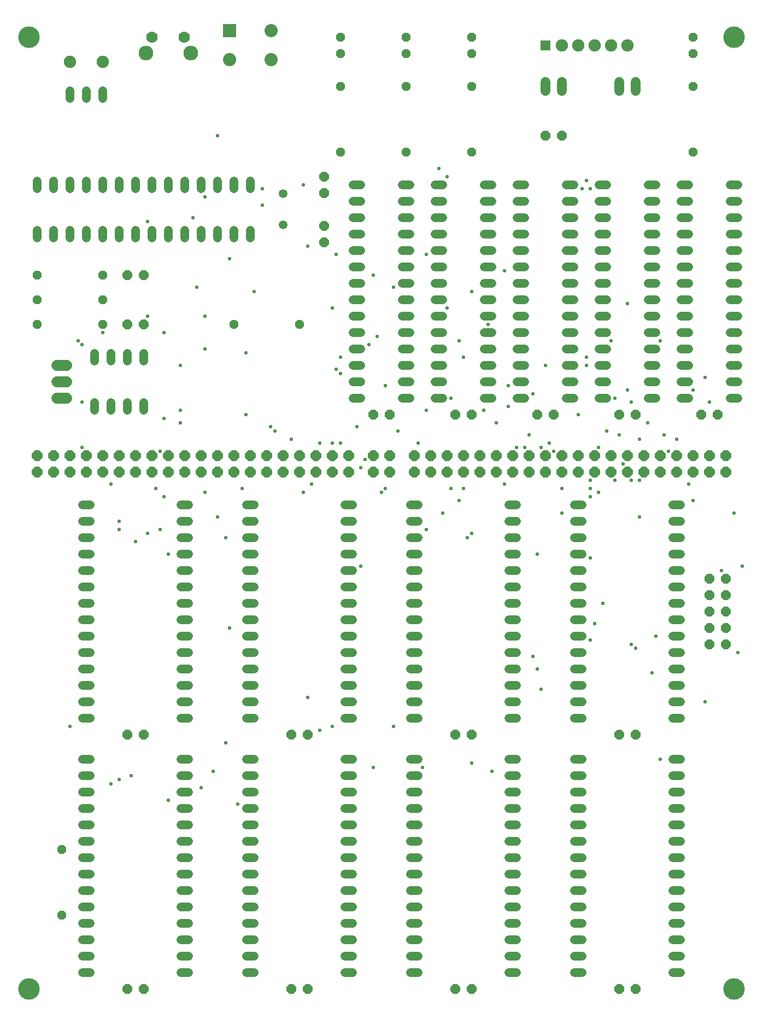
<source format=gbr>
G04 EAGLE Gerber RS-274X export*
G75*
%MOMM*%
%FSLAX34Y34*%
%LPD*%
%INSoldermask Bottom*%
%IPPOS*%
%AMOC8*
5,1,8,0,0,1.08239X$1,22.5*%
G01*
%ADD10C,3.327000*%
%ADD11C,1.346200*%
%ADD12P,1.787026X8X22.500000*%
%ADD13C,1.346200*%
%ADD14P,1.677055X8X292.500000*%
%ADD15P,1.677055X8X112.500000*%
%ADD16R,1.627000X1.627000*%
%ADD17C,1.905000*%
%ADD18P,1.677055X8X202.500000*%
%ADD19P,1.457113X8X22.500000*%
%ADD20P,1.677055X8X22.500000*%
%ADD21P,1.457113X8X292.500000*%
%ADD22C,1.651000*%
%ADD23C,1.498600*%
%ADD24C,2.286000*%
%ADD25C,1.778000*%
%ADD26R,2.032000X2.032000*%
%ADD27C,2.032000*%
%ADD28P,1.457113X8X112.500000*%
%ADD29P,1.622070X8X112.500000*%
%ADD30C,0.584200*%


D10*
X1117600Y25400D03*
X1117600Y1498600D03*
X25400Y1498600D03*
X25400Y25400D03*
D11*
X1022604Y444500D02*
X1034796Y444500D01*
X1034796Y469900D02*
X1022604Y469900D01*
X1022604Y495300D02*
X1034796Y495300D01*
X1034796Y520700D02*
X1022604Y520700D01*
X1022604Y546100D02*
X1034796Y546100D01*
X1034796Y571500D02*
X1022604Y571500D01*
X1022604Y596900D02*
X1034796Y596900D01*
X1034796Y622300D02*
X1022604Y622300D01*
X1022604Y647700D02*
X1034796Y647700D01*
X1034796Y673100D02*
X1022604Y673100D01*
X1022604Y698500D02*
X1034796Y698500D01*
X1034796Y723900D02*
X1022604Y723900D01*
X1022604Y749300D02*
X1034796Y749300D01*
X1034796Y774700D02*
X1022604Y774700D01*
X882396Y774700D02*
X870204Y774700D01*
X870204Y749300D02*
X882396Y749300D01*
X882396Y723900D02*
X870204Y723900D01*
X870204Y698500D02*
X882396Y698500D01*
X882396Y673100D02*
X870204Y673100D01*
X870204Y647700D02*
X882396Y647700D01*
X882396Y622300D02*
X870204Y622300D01*
X870204Y596900D02*
X882396Y596900D01*
X882396Y571500D02*
X870204Y571500D01*
X870204Y546100D02*
X882396Y546100D01*
X882396Y520700D02*
X870204Y520700D01*
X870204Y495300D02*
X882396Y495300D01*
X882396Y469900D02*
X870204Y469900D01*
X870204Y444500D02*
X882396Y444500D01*
X1022604Y50800D02*
X1034796Y50800D01*
X1034796Y76200D02*
X1022604Y76200D01*
X1022604Y101600D02*
X1034796Y101600D01*
X1034796Y127000D02*
X1022604Y127000D01*
X1022604Y152400D02*
X1034796Y152400D01*
X1034796Y177800D02*
X1022604Y177800D01*
X1022604Y203200D02*
X1034796Y203200D01*
X1034796Y228600D02*
X1022604Y228600D01*
X1022604Y254000D02*
X1034796Y254000D01*
X1034796Y279400D02*
X1022604Y279400D01*
X1022604Y304800D02*
X1034796Y304800D01*
X1034796Y330200D02*
X1022604Y330200D01*
X1022604Y355600D02*
X1034796Y355600D01*
X1034796Y381000D02*
X1022604Y381000D01*
X882396Y381000D02*
X870204Y381000D01*
X870204Y355600D02*
X882396Y355600D01*
X882396Y330200D02*
X870204Y330200D01*
X870204Y304800D02*
X882396Y304800D01*
X882396Y279400D02*
X870204Y279400D01*
X870204Y254000D02*
X882396Y254000D01*
X882396Y228600D02*
X870204Y228600D01*
X870204Y203200D02*
X882396Y203200D01*
X882396Y177800D02*
X870204Y177800D01*
X870204Y152400D02*
X882396Y152400D01*
X882396Y127000D02*
X870204Y127000D01*
X870204Y101600D02*
X882396Y101600D01*
X882396Y76200D02*
X870204Y76200D01*
X870204Y50800D02*
X882396Y50800D01*
X780796Y444500D02*
X768604Y444500D01*
X768604Y469900D02*
X780796Y469900D01*
X780796Y495300D02*
X768604Y495300D01*
X768604Y520700D02*
X780796Y520700D01*
X780796Y546100D02*
X768604Y546100D01*
X768604Y571500D02*
X780796Y571500D01*
X780796Y596900D02*
X768604Y596900D01*
X768604Y622300D02*
X780796Y622300D01*
X780796Y647700D02*
X768604Y647700D01*
X768604Y673100D02*
X780796Y673100D01*
X780796Y698500D02*
X768604Y698500D01*
X768604Y723900D02*
X780796Y723900D01*
X780796Y749300D02*
X768604Y749300D01*
X768604Y774700D02*
X780796Y774700D01*
X628396Y774700D02*
X616204Y774700D01*
X616204Y749300D02*
X628396Y749300D01*
X628396Y723900D02*
X616204Y723900D01*
X616204Y698500D02*
X628396Y698500D01*
X628396Y673100D02*
X616204Y673100D01*
X616204Y647700D02*
X628396Y647700D01*
X628396Y622300D02*
X616204Y622300D01*
X616204Y596900D02*
X628396Y596900D01*
X628396Y571500D02*
X616204Y571500D01*
X616204Y546100D02*
X628396Y546100D01*
X628396Y520700D02*
X616204Y520700D01*
X616204Y495300D02*
X628396Y495300D01*
X628396Y469900D02*
X616204Y469900D01*
X616204Y444500D02*
X628396Y444500D01*
X768604Y50800D02*
X780796Y50800D01*
X780796Y76200D02*
X768604Y76200D01*
X768604Y101600D02*
X780796Y101600D01*
X780796Y127000D02*
X768604Y127000D01*
X768604Y152400D02*
X780796Y152400D01*
X780796Y177800D02*
X768604Y177800D01*
X768604Y203200D02*
X780796Y203200D01*
X780796Y228600D02*
X768604Y228600D01*
X768604Y254000D02*
X780796Y254000D01*
X780796Y279400D02*
X768604Y279400D01*
X768604Y304800D02*
X780796Y304800D01*
X780796Y330200D02*
X768604Y330200D01*
X768604Y355600D02*
X780796Y355600D01*
X780796Y381000D02*
X768604Y381000D01*
X628396Y381000D02*
X616204Y381000D01*
X616204Y355600D02*
X628396Y355600D01*
X628396Y330200D02*
X616204Y330200D01*
X616204Y304800D02*
X628396Y304800D01*
X628396Y279400D02*
X616204Y279400D01*
X616204Y254000D02*
X628396Y254000D01*
X628396Y228600D02*
X616204Y228600D01*
X616204Y203200D02*
X628396Y203200D01*
X628396Y177800D02*
X616204Y177800D01*
X616204Y152400D02*
X628396Y152400D01*
X628396Y127000D02*
X616204Y127000D01*
X616204Y101600D02*
X628396Y101600D01*
X628396Y76200D02*
X616204Y76200D01*
X616204Y50800D02*
X628396Y50800D01*
X526796Y444500D02*
X514604Y444500D01*
X514604Y469900D02*
X526796Y469900D01*
X526796Y495300D02*
X514604Y495300D01*
X514604Y520700D02*
X526796Y520700D01*
X526796Y546100D02*
X514604Y546100D01*
X514604Y571500D02*
X526796Y571500D01*
X526796Y596900D02*
X514604Y596900D01*
X514604Y622300D02*
X526796Y622300D01*
X526796Y647700D02*
X514604Y647700D01*
X514604Y673100D02*
X526796Y673100D01*
X526796Y698500D02*
X514604Y698500D01*
X514604Y723900D02*
X526796Y723900D01*
X526796Y749300D02*
X514604Y749300D01*
X514604Y774700D02*
X526796Y774700D01*
X374396Y774700D02*
X362204Y774700D01*
X362204Y749300D02*
X374396Y749300D01*
X374396Y723900D02*
X362204Y723900D01*
X362204Y698500D02*
X374396Y698500D01*
X374396Y673100D02*
X362204Y673100D01*
X362204Y647700D02*
X374396Y647700D01*
X374396Y622300D02*
X362204Y622300D01*
X362204Y596900D02*
X374396Y596900D01*
X374396Y571500D02*
X362204Y571500D01*
X362204Y546100D02*
X374396Y546100D01*
X374396Y520700D02*
X362204Y520700D01*
X362204Y495300D02*
X374396Y495300D01*
X374396Y469900D02*
X362204Y469900D01*
X362204Y444500D02*
X374396Y444500D01*
X514604Y50800D02*
X526796Y50800D01*
X526796Y76200D02*
X514604Y76200D01*
X514604Y101600D02*
X526796Y101600D01*
X526796Y127000D02*
X514604Y127000D01*
X514604Y152400D02*
X526796Y152400D01*
X526796Y177800D02*
X514604Y177800D01*
X514604Y203200D02*
X526796Y203200D01*
X526796Y228600D02*
X514604Y228600D01*
X514604Y254000D02*
X526796Y254000D01*
X526796Y279400D02*
X514604Y279400D01*
X514604Y304800D02*
X526796Y304800D01*
X526796Y330200D02*
X514604Y330200D01*
X514604Y355600D02*
X526796Y355600D01*
X526796Y381000D02*
X514604Y381000D01*
X374396Y381000D02*
X362204Y381000D01*
X362204Y355600D02*
X374396Y355600D01*
X374396Y330200D02*
X362204Y330200D01*
X362204Y304800D02*
X374396Y304800D01*
X374396Y279400D02*
X362204Y279400D01*
X362204Y254000D02*
X374396Y254000D01*
X374396Y228600D02*
X362204Y228600D01*
X362204Y203200D02*
X374396Y203200D01*
X374396Y177800D02*
X362204Y177800D01*
X362204Y152400D02*
X374396Y152400D01*
X374396Y127000D02*
X362204Y127000D01*
X362204Y101600D02*
X374396Y101600D01*
X374396Y76200D02*
X362204Y76200D01*
X362204Y50800D02*
X374396Y50800D01*
X272796Y50800D02*
X260604Y50800D01*
X260604Y76200D02*
X272796Y76200D01*
X272796Y101600D02*
X260604Y101600D01*
X260604Y127000D02*
X272796Y127000D01*
X272796Y152400D02*
X260604Y152400D01*
X260604Y177800D02*
X272796Y177800D01*
X272796Y203200D02*
X260604Y203200D01*
X260604Y228600D02*
X272796Y228600D01*
X272796Y254000D02*
X260604Y254000D01*
X260604Y279400D02*
X272796Y279400D01*
X272796Y304800D02*
X260604Y304800D01*
X260604Y330200D02*
X272796Y330200D01*
X272796Y355600D02*
X260604Y355600D01*
X260604Y381000D02*
X272796Y381000D01*
X120396Y381000D02*
X108204Y381000D01*
X108204Y355600D02*
X120396Y355600D01*
X120396Y330200D02*
X108204Y330200D01*
X108204Y304800D02*
X120396Y304800D01*
X120396Y279400D02*
X108204Y279400D01*
X108204Y254000D02*
X120396Y254000D01*
X120396Y228600D02*
X108204Y228600D01*
X108204Y203200D02*
X120396Y203200D01*
X120396Y177800D02*
X108204Y177800D01*
X108204Y152400D02*
X120396Y152400D01*
X120396Y127000D02*
X108204Y127000D01*
X108204Y101600D02*
X120396Y101600D01*
X120396Y76200D02*
X108204Y76200D01*
X108204Y50800D02*
X120396Y50800D01*
D12*
X38100Y825500D03*
X63500Y825500D03*
X88900Y825500D03*
X114300Y825500D03*
X139700Y825500D03*
X165100Y825500D03*
X38100Y850900D03*
X63500Y850900D03*
X88900Y850900D03*
X114300Y850900D03*
X139700Y850900D03*
X165100Y850900D03*
X190500Y825500D03*
X190500Y850900D03*
X215900Y825500D03*
X241300Y825500D03*
X266700Y825500D03*
X292100Y825500D03*
X317500Y825500D03*
X342900Y825500D03*
X215900Y850900D03*
X241300Y850900D03*
X266700Y850900D03*
X292100Y850900D03*
X317500Y850900D03*
X342900Y850900D03*
X368300Y825500D03*
X368300Y850900D03*
X393700Y825500D03*
X419100Y825500D03*
X444500Y825500D03*
X469900Y825500D03*
X495300Y825500D03*
X520700Y825500D03*
X393700Y850900D03*
X419100Y850900D03*
X444500Y850900D03*
X469900Y850900D03*
X495300Y850900D03*
X520700Y850900D03*
D11*
X38100Y1187704D02*
X38100Y1199896D01*
X63500Y1199896D02*
X63500Y1187704D01*
X88900Y1187704D02*
X88900Y1199896D01*
X114300Y1199896D02*
X114300Y1187704D01*
X139700Y1187704D02*
X139700Y1199896D01*
X165100Y1199896D02*
X165100Y1187704D01*
X190500Y1187704D02*
X190500Y1199896D01*
X215900Y1199896D02*
X215900Y1187704D01*
X241300Y1187704D02*
X241300Y1199896D01*
X266700Y1199896D02*
X266700Y1187704D01*
X292100Y1187704D02*
X292100Y1199896D01*
X317500Y1199896D02*
X317500Y1187704D01*
X342900Y1187704D02*
X342900Y1199896D01*
X368300Y1199896D02*
X368300Y1187704D01*
X368300Y1263904D02*
X368300Y1276096D01*
X342900Y1276096D02*
X342900Y1263904D01*
X317500Y1263904D02*
X317500Y1276096D01*
X292100Y1276096D02*
X292100Y1263904D01*
X266700Y1263904D02*
X266700Y1276096D01*
X241300Y1276096D02*
X241300Y1263904D01*
X215900Y1263904D02*
X215900Y1276096D01*
X190500Y1276096D02*
X190500Y1263904D01*
X165100Y1263904D02*
X165100Y1276096D01*
X139700Y1276096D02*
X139700Y1263904D01*
X114300Y1263904D02*
X114300Y1276096D01*
X88900Y1276096D02*
X88900Y1263904D01*
X63500Y1263904D02*
X63500Y1276096D01*
X38100Y1276096D02*
X38100Y1263904D01*
D13*
X419100Y1207770D03*
X419100Y1256030D03*
D14*
X482600Y1282700D03*
X482600Y1257300D03*
D15*
X482600Y1181100D03*
X482600Y1206500D03*
D16*
X825500Y1485900D03*
D17*
X850900Y1485900D03*
X876300Y1485900D03*
X901700Y1485900D03*
X927100Y1485900D03*
X952500Y1485900D03*
D18*
X850900Y1346200D03*
X825500Y1346200D03*
D19*
X38100Y1130300D03*
X139700Y1130300D03*
D20*
X177800Y1130300D03*
X203200Y1130300D03*
X177800Y1054100D03*
X203200Y1054100D03*
D19*
X38100Y1054100D03*
X139700Y1054100D03*
X38100Y1092200D03*
X139700Y1092200D03*
D11*
X127000Y933196D02*
X127000Y921004D01*
X152400Y921004D02*
X152400Y933196D01*
X177800Y933196D02*
X177800Y921004D01*
X203200Y921004D02*
X203200Y933196D01*
X203200Y997204D02*
X203200Y1009396D01*
X177800Y1009396D02*
X177800Y997204D01*
X152400Y997204D02*
X152400Y1009396D01*
X127000Y1009396D02*
X127000Y997204D01*
D21*
X508000Y1498600D03*
X508000Y1473200D03*
X609600Y1498600D03*
X609600Y1473200D03*
X711200Y1498600D03*
X711200Y1473200D03*
X711200Y1422400D03*
X711200Y1320800D03*
X609600Y1422400D03*
X609600Y1320800D03*
X508000Y1422400D03*
X508000Y1320800D03*
D18*
X965200Y25400D03*
X939800Y25400D03*
X965200Y419100D03*
X939800Y419100D03*
X457200Y419100D03*
X431800Y419100D03*
X711200Y419100D03*
X685800Y419100D03*
X457200Y25400D03*
X431800Y25400D03*
D11*
X88900Y1403604D02*
X88900Y1415796D01*
X114300Y1415796D02*
X114300Y1403604D01*
X139700Y1403604D02*
X139700Y1415796D01*
D17*
X88900Y1460500D03*
X139700Y1460500D03*
D22*
X83820Y939800D02*
X68580Y939800D01*
X68580Y965200D02*
X83820Y965200D01*
X83820Y990600D02*
X68580Y990600D01*
D18*
X203200Y25400D03*
X177800Y25400D03*
X711200Y25400D03*
X685800Y25400D03*
X203200Y419100D03*
X177800Y419100D03*
D23*
X939800Y1415542D02*
X939800Y1429258D01*
X965200Y1429258D02*
X965200Y1415542D01*
X825500Y1415542D02*
X825500Y1429258D01*
X850900Y1429258D02*
X850900Y1415542D01*
D24*
X276300Y1473600D03*
D25*
X216300Y1498600D03*
X266300Y1498600D03*
D24*
X206300Y1473600D03*
D26*
X335800Y1508400D03*
D27*
X335800Y1463400D03*
X400800Y1463400D03*
X400800Y1508400D03*
D19*
X342900Y1054100D03*
X444500Y1054100D03*
D21*
X1054100Y1498600D03*
X1054100Y1473200D03*
X1054100Y1422400D03*
X1054100Y1320800D03*
D11*
X272796Y444500D02*
X260604Y444500D01*
X260604Y469900D02*
X272796Y469900D01*
X272796Y495300D02*
X260604Y495300D01*
X260604Y520700D02*
X272796Y520700D01*
X272796Y546100D02*
X260604Y546100D01*
X260604Y571500D02*
X272796Y571500D01*
X272796Y596900D02*
X260604Y596900D01*
X260604Y622300D02*
X272796Y622300D01*
X272796Y647700D02*
X260604Y647700D01*
X260604Y673100D02*
X272796Y673100D01*
X272796Y698500D02*
X260604Y698500D01*
X260604Y723900D02*
X272796Y723900D01*
X272796Y749300D02*
X260604Y749300D01*
X260604Y774700D02*
X272796Y774700D01*
X120396Y774700D02*
X108204Y774700D01*
X108204Y749300D02*
X120396Y749300D01*
X120396Y723900D02*
X108204Y723900D01*
X108204Y698500D02*
X120396Y698500D01*
X120396Y673100D02*
X108204Y673100D01*
X108204Y647700D02*
X120396Y647700D01*
X120396Y622300D02*
X108204Y622300D01*
X108204Y596900D02*
X120396Y596900D01*
X120396Y571500D02*
X108204Y571500D01*
X108204Y546100D02*
X120396Y546100D01*
X120396Y520700D02*
X108204Y520700D01*
X108204Y495300D02*
X120396Y495300D01*
X120396Y469900D02*
X108204Y469900D01*
X108204Y444500D02*
X120396Y444500D01*
X857504Y939800D02*
X869696Y939800D01*
X869696Y965200D02*
X857504Y965200D01*
X857504Y990600D02*
X869696Y990600D01*
X869696Y1016000D02*
X857504Y1016000D01*
X857504Y1041400D02*
X869696Y1041400D01*
X869696Y1066800D02*
X857504Y1066800D01*
X857504Y1092200D02*
X869696Y1092200D01*
X869696Y1117600D02*
X857504Y1117600D01*
X857504Y1143000D02*
X869696Y1143000D01*
X869696Y1168400D02*
X857504Y1168400D01*
X857504Y1193800D02*
X869696Y1193800D01*
X869696Y1219200D02*
X857504Y1219200D01*
X857504Y1244600D02*
X869696Y1244600D01*
X869696Y1270000D02*
X857504Y1270000D01*
X793496Y1270000D02*
X781304Y1270000D01*
X781304Y1244600D02*
X793496Y1244600D01*
X793496Y1219200D02*
X781304Y1219200D01*
X781304Y1193800D02*
X793496Y1193800D01*
X793496Y1168400D02*
X781304Y1168400D01*
X781304Y1143000D02*
X793496Y1143000D01*
X793496Y1117600D02*
X781304Y1117600D01*
X781304Y1092200D02*
X793496Y1092200D01*
X793496Y1066800D02*
X781304Y1066800D01*
X781304Y1041400D02*
X793496Y1041400D01*
X793496Y1016000D02*
X781304Y1016000D01*
X781304Y990600D02*
X793496Y990600D01*
X793496Y965200D02*
X781304Y965200D01*
X781304Y939800D02*
X793496Y939800D01*
X984504Y939800D02*
X996696Y939800D01*
X996696Y965200D02*
X984504Y965200D01*
X984504Y990600D02*
X996696Y990600D01*
X996696Y1016000D02*
X984504Y1016000D01*
X984504Y1041400D02*
X996696Y1041400D01*
X996696Y1066800D02*
X984504Y1066800D01*
X984504Y1092200D02*
X996696Y1092200D01*
X996696Y1117600D02*
X984504Y1117600D01*
X984504Y1143000D02*
X996696Y1143000D01*
X996696Y1168400D02*
X984504Y1168400D01*
X984504Y1193800D02*
X996696Y1193800D01*
X996696Y1219200D02*
X984504Y1219200D01*
X984504Y1244600D02*
X996696Y1244600D01*
X996696Y1270000D02*
X984504Y1270000D01*
X920496Y1270000D02*
X908304Y1270000D01*
X908304Y1244600D02*
X920496Y1244600D01*
X920496Y1219200D02*
X908304Y1219200D01*
X908304Y1193800D02*
X920496Y1193800D01*
X920496Y1168400D02*
X908304Y1168400D01*
X908304Y1143000D02*
X920496Y1143000D01*
X920496Y1117600D02*
X908304Y1117600D01*
X908304Y1092200D02*
X920496Y1092200D01*
X920496Y1066800D02*
X908304Y1066800D01*
X908304Y1041400D02*
X920496Y1041400D01*
X920496Y1016000D02*
X908304Y1016000D01*
X908304Y990600D02*
X920496Y990600D01*
X920496Y965200D02*
X908304Y965200D01*
X908304Y939800D02*
X920496Y939800D01*
X742696Y939800D02*
X730504Y939800D01*
X730504Y965200D02*
X742696Y965200D01*
X742696Y990600D02*
X730504Y990600D01*
X730504Y1016000D02*
X742696Y1016000D01*
X742696Y1041400D02*
X730504Y1041400D01*
X730504Y1066800D02*
X742696Y1066800D01*
X742696Y1092200D02*
X730504Y1092200D01*
X730504Y1117600D02*
X742696Y1117600D01*
X742696Y1143000D02*
X730504Y1143000D01*
X730504Y1168400D02*
X742696Y1168400D01*
X742696Y1193800D02*
X730504Y1193800D01*
X730504Y1219200D02*
X742696Y1219200D01*
X742696Y1244600D02*
X730504Y1244600D01*
X730504Y1270000D02*
X742696Y1270000D01*
X666496Y1270000D02*
X654304Y1270000D01*
X654304Y1244600D02*
X666496Y1244600D01*
X666496Y1219200D02*
X654304Y1219200D01*
X654304Y1193800D02*
X666496Y1193800D01*
X666496Y1168400D02*
X654304Y1168400D01*
X654304Y1143000D02*
X666496Y1143000D01*
X666496Y1117600D02*
X654304Y1117600D01*
X654304Y1092200D02*
X666496Y1092200D01*
X666496Y1066800D02*
X654304Y1066800D01*
X654304Y1041400D02*
X666496Y1041400D01*
X666496Y1016000D02*
X654304Y1016000D01*
X654304Y990600D02*
X666496Y990600D01*
X666496Y965200D02*
X654304Y965200D01*
X654304Y939800D02*
X666496Y939800D01*
X615696Y939800D02*
X603504Y939800D01*
X603504Y965200D02*
X615696Y965200D01*
X615696Y990600D02*
X603504Y990600D01*
X603504Y1016000D02*
X615696Y1016000D01*
X615696Y1041400D02*
X603504Y1041400D01*
X603504Y1066800D02*
X615696Y1066800D01*
X615696Y1092200D02*
X603504Y1092200D01*
X603504Y1117600D02*
X615696Y1117600D01*
X615696Y1143000D02*
X603504Y1143000D01*
X603504Y1168400D02*
X615696Y1168400D01*
X615696Y1193800D02*
X603504Y1193800D01*
X603504Y1219200D02*
X615696Y1219200D01*
X615696Y1244600D02*
X603504Y1244600D01*
X603504Y1270000D02*
X615696Y1270000D01*
X539496Y1270000D02*
X527304Y1270000D01*
X527304Y1244600D02*
X539496Y1244600D01*
X539496Y1219200D02*
X527304Y1219200D01*
X527304Y1193800D02*
X539496Y1193800D01*
X539496Y1168400D02*
X527304Y1168400D01*
X527304Y1143000D02*
X539496Y1143000D01*
X539496Y1117600D02*
X527304Y1117600D01*
X527304Y1092200D02*
X539496Y1092200D01*
X539496Y1066800D02*
X527304Y1066800D01*
X527304Y1041400D02*
X539496Y1041400D01*
X539496Y1016000D02*
X527304Y1016000D01*
X527304Y990600D02*
X539496Y990600D01*
X539496Y965200D02*
X527304Y965200D01*
X527304Y939800D02*
X539496Y939800D01*
X1111504Y939800D02*
X1123696Y939800D01*
X1123696Y965200D02*
X1111504Y965200D01*
X1111504Y990600D02*
X1123696Y990600D01*
X1123696Y1016000D02*
X1111504Y1016000D01*
X1111504Y1041400D02*
X1123696Y1041400D01*
X1123696Y1066800D02*
X1111504Y1066800D01*
X1111504Y1092200D02*
X1123696Y1092200D01*
X1123696Y1117600D02*
X1111504Y1117600D01*
X1111504Y1143000D02*
X1123696Y1143000D01*
X1123696Y1168400D02*
X1111504Y1168400D01*
X1111504Y1193800D02*
X1123696Y1193800D01*
X1123696Y1219200D02*
X1111504Y1219200D01*
X1111504Y1244600D02*
X1123696Y1244600D01*
X1123696Y1270000D02*
X1111504Y1270000D01*
X1047496Y1270000D02*
X1035304Y1270000D01*
X1035304Y1244600D02*
X1047496Y1244600D01*
X1047496Y1219200D02*
X1035304Y1219200D01*
X1035304Y1193800D02*
X1047496Y1193800D01*
X1047496Y1168400D02*
X1035304Y1168400D01*
X1035304Y1143000D02*
X1047496Y1143000D01*
X1047496Y1117600D02*
X1035304Y1117600D01*
X1035304Y1092200D02*
X1047496Y1092200D01*
X1047496Y1066800D02*
X1035304Y1066800D01*
X1035304Y1041400D02*
X1047496Y1041400D01*
X1047496Y1016000D02*
X1035304Y1016000D01*
X1035304Y990600D02*
X1047496Y990600D01*
X1047496Y965200D02*
X1035304Y965200D01*
X1035304Y939800D02*
X1047496Y939800D01*
D28*
X76200Y139700D03*
X76200Y241300D03*
D12*
X622300Y825500D03*
X647700Y825500D03*
X673100Y825500D03*
X698500Y825500D03*
X723900Y825500D03*
X749300Y825500D03*
X622300Y850900D03*
X647700Y850900D03*
X673100Y850900D03*
X698500Y850900D03*
X723900Y850900D03*
X749300Y850900D03*
X774700Y825500D03*
X774700Y850900D03*
X800100Y825500D03*
X825500Y825500D03*
X850900Y825500D03*
X876300Y825500D03*
X901700Y825500D03*
X927100Y825500D03*
X800100Y850900D03*
X825500Y850900D03*
X850900Y850900D03*
X876300Y850900D03*
X901700Y850900D03*
X927100Y850900D03*
X952500Y825500D03*
X952500Y850900D03*
X977900Y825500D03*
X1003300Y825500D03*
X1028700Y825500D03*
X1054100Y825500D03*
X1079500Y825500D03*
X1104900Y825500D03*
X977900Y850900D03*
X1003300Y850900D03*
X1028700Y850900D03*
X1054100Y850900D03*
X1079500Y850900D03*
X1104900Y850900D03*
D29*
X1104900Y558800D03*
X1079500Y558800D03*
X1104900Y584200D03*
X1079500Y584200D03*
X1104900Y609600D03*
X1079500Y609600D03*
X1104900Y635000D03*
X1079500Y635000D03*
X1104900Y660400D03*
X1079500Y660400D03*
D20*
X1066800Y914400D03*
X1092200Y914400D03*
X939800Y914400D03*
X965200Y914400D03*
X812800Y914400D03*
X838200Y914400D03*
X685800Y914400D03*
X711200Y914400D03*
X558800Y914400D03*
X584200Y914400D03*
D12*
X558800Y825500D03*
X558800Y850900D03*
X584200Y825500D03*
X584200Y850900D03*
D30*
X387350Y1238250D03*
X387350Y1263650D03*
X209550Y1212850D03*
X317500Y1346200D03*
X279400Y1219200D03*
X285750Y1111250D03*
X476250Y425450D03*
X450850Y793750D03*
X882650Y1263650D03*
X673100Y1282700D03*
X495300Y431800D03*
X698500Y1003300D03*
X711200Y374650D03*
X679450Y800100D03*
X742950Y361950D03*
X698500Y800100D03*
X1073150Y469900D03*
X1073150Y971550D03*
X1117600Y762000D03*
X895350Y692150D03*
X1054100Y952500D03*
X1009650Y882650D03*
X996950Y571500D03*
X895350Y565150D03*
X1123950Y546100D03*
X984250Y901700D03*
X990600Y514350D03*
X819150Y488950D03*
X958850Y933450D03*
X946150Y838200D03*
X965200Y552450D03*
X812800Y520700D03*
X1003300Y1028700D03*
X927100Y1028700D03*
X958850Y812800D03*
X958850Y558800D03*
X806450Y539750D03*
X889000Y1003300D03*
X895350Y812800D03*
X901700Y590550D03*
X908050Y863600D03*
X914400Y622300D03*
X971550Y876300D03*
X1079500Y933450D03*
X831850Y869950D03*
X1130300Y679450D03*
X457200Y1174750D03*
X457200Y476250D03*
X336550Y584200D03*
X101600Y1028700D03*
X165100Y736600D03*
X260350Y990600D03*
X298450Y1066800D03*
X107950Y1022350D03*
X165100Y749300D03*
X501650Y984250D03*
X190500Y717550D03*
X241300Y698500D03*
X260350Y920750D03*
X228600Y857250D03*
X596900Y889000D03*
X260350Y901700D03*
X298450Y1250950D03*
X1054100Y781050D03*
X768350Y927100D03*
X939800Y882650D03*
X908050Y793750D03*
X762000Y806450D03*
X1003300Y381000D03*
X768350Y958850D03*
X920750Y889000D03*
X1047750Y806450D03*
X952500Y952500D03*
X812800Y698500D03*
X933450Y939800D03*
X1098550Y673100D03*
X889000Y990600D03*
X895350Y800100D03*
X641350Y736600D03*
X825500Y990600D03*
X800100Y882650D03*
X666750Y762000D03*
X850900Y762000D03*
X850900Y800100D03*
X793750Y863600D03*
X1028700Y876300D03*
X692150Y781050D03*
X692150Y1028700D03*
X292100Y336550D03*
X311150Y361950D03*
X361950Y1009650D03*
X330200Y406400D03*
X577850Y958850D03*
X361950Y914400D03*
X184150Y355600D03*
X234950Y787400D03*
X355600Y800100D03*
X565150Y1035050D03*
X571500Y793750D03*
X165100Y349250D03*
X222250Y800100D03*
X495300Y1079500D03*
X476250Y869950D03*
X349250Y311150D03*
X495300Y869950D03*
X641350Y1162050D03*
X501650Y1162050D03*
X558800Y368300D03*
X577850Y800100D03*
X641350Y920750D03*
X533400Y895350D03*
X88900Y431800D03*
X234950Y1041400D03*
X209550Y1066800D03*
X152400Y342900D03*
X152400Y806450D03*
X590550Y1111250D03*
X139700Y1041400D03*
X241300Y317500D03*
X552450Y1022350D03*
X508000Y1003300D03*
X107950Y933450D03*
X107950Y863600D03*
X628650Y869950D03*
X431800Y876300D03*
X209550Y730250D03*
X234950Y908050D03*
X228600Y736600D03*
X679450Y939800D03*
X508000Y977900D03*
X508000Y869950D03*
X463550Y806450D03*
X298450Y793750D03*
X298450Y1016000D03*
X317500Y755650D03*
X762000Y1136650D03*
X336550Y1155700D03*
X330200Y723900D03*
X400050Y895350D03*
X406400Y889000D03*
X374650Y1104900D03*
X539750Y679450D03*
X730250Y920750D03*
X539750Y831850D03*
X895350Y1263650D03*
X660400Y1295400D03*
X546100Y844550D03*
X889000Y1276350D03*
X450850Y1270000D03*
X635000Y368300D03*
X819150Y863600D03*
X876300Y914400D03*
X781050Y863600D03*
X704850Y723900D03*
X952500Y1085850D03*
X711200Y1104900D03*
X711200Y730250D03*
X1016000Y857250D03*
X971550Y812800D03*
X971550Y755650D03*
X673100Y1079500D03*
X806450Y946150D03*
X749300Y901700D03*
X933450Y812800D03*
X895350Y787400D03*
X838200Y857250D03*
X736600Y1054100D03*
X590550Y431800D03*
X558800Y1130300D03*
M02*

</source>
